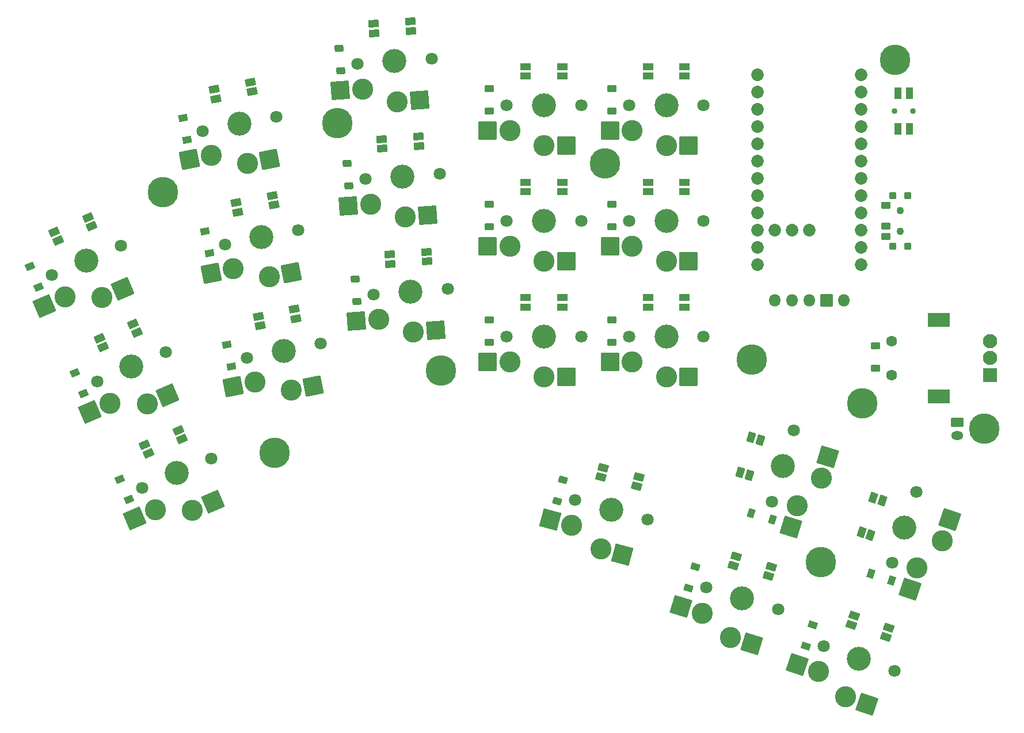
<source format=gbr>
%TF.GenerationSoftware,KiCad,Pcbnew,9.0.5*%
%TF.CreationDate,2025-11-08T17:13:18+10:00*%
%TF.ProjectId,badWingsLeft,62616457-696e-4677-934c-6566742e6b69,v1.0.0*%
%TF.SameCoordinates,Original*%
%TF.FileFunction,Soldermask,Bot*%
%TF.FilePolarity,Negative*%
%FSLAX46Y46*%
G04 Gerber Fmt 4.6, Leading zero omitted, Abs format (unit mm)*
G04 Created by KiCad (PCBNEW 9.0.5) date 2025-11-08 17:13:18*
%MOMM*%
%LPD*%
G01*
G04 APERTURE LIST*
G04 Aperture macros list*
%AMRoundRect*
0 Rectangle with rounded corners*
0 $1 Rounding radius*
0 $2 $3 $4 $5 $6 $7 $8 $9 X,Y pos of 4 corners*
0 Add a 4 corners polygon primitive as box body*
4,1,4,$2,$3,$4,$5,$6,$7,$8,$9,$2,$3,0*
0 Add four circle primitives for the rounded corners*
1,1,$1+$1,$2,$3*
1,1,$1+$1,$4,$5*
1,1,$1+$1,$6,$7*
1,1,$1+$1,$8,$9*
0 Add four rect primitives between the rounded corners*
20,1,$1+$1,$2,$3,$4,$5,0*
20,1,$1+$1,$4,$5,$6,$7,0*
20,1,$1+$1,$6,$7,$8,$9,0*
20,1,$1+$1,$8,$9,$2,$3,0*%
G04 Aperture macros list end*
%ADD10RoundRect,0.050000X-0.450000X0.450000X-0.450000X-0.450000X0.450000X-0.450000X0.450000X0.450000X0*%
%ADD11C,1.100000*%
%ADD12RoundRect,0.050000X-0.625000X0.450000X-0.625000X-0.450000X0.625000X-0.450000X0.625000X0.450000X0*%
%ADD13C,1.801800*%
%ADD14C,3.100000*%
%ADD15C,3.529000*%
%ADD16RoundRect,0.050000X1.206150X1.387517X-1.387517X1.206150X-1.206150X-1.387517X1.387517X-1.206150X0*%
%ADD17C,0.800000*%
%ADD18C,4.500000*%
%ADD19C,0.850000*%
%ADD20RoundRect,0.050000X-0.500000X0.775000X-0.500000X-0.775000X0.500000X-0.775000X0.500000X0.775000X0*%
%ADD21RoundRect,0.050000X0.688706X1.704607X-1.704607X0.688706X-0.688706X-1.704607X1.704607X-0.688706X0*%
%ADD22RoundRect,0.050000X-0.850000X0.600000X-0.850000X-0.600000X0.850000X-0.600000X0.850000X0.600000X0*%
%ADD23O,1.800000X1.300000*%
%ADD24RoundRect,0.050000X1.028064X1.524167X-1.524167X1.028064X-1.028064X-1.524167X1.524167X-1.028064X0*%
%ADD25RoundRect,0.050000X1.592168X0.919239X-0.919239X1.592168X-1.592168X-0.919239X0.919239X-1.592168X0*%
%ADD26RoundRect,0.050000X1.300000X1.300000X-1.300000X1.300000X-1.300000X-1.300000X1.300000X-1.300000X0*%
%ADD27RoundRect,0.050000X-0.863113X1.623279X-1.623279X-0.863113X0.863113X-1.623279X1.623279X0.863113X0*%
%ADD28O,1.800000X1.800000*%
%ADD29RoundRect,0.050000X-0.850000X-0.850000X0.850000X-0.850000X0.850000X0.850000X-0.850000X0.850000X0*%
%ADD30RoundRect,0.050000X1.623279X0.863113X-0.863113X1.623279X-1.623279X-0.863113X0.863113X-1.623279X0*%
%ADD31RoundRect,0.050000X-0.805936X1.652413X-1.652413X-0.805936X0.805936X-1.652413X1.652413X0.805936X0*%
%ADD32RoundRect,0.050000X1.652413X0.805936X-0.805936X1.652413X-1.652413X-0.805936X0.805936X-1.652413X0*%
%ADD33RoundRect,0.050000X1.600000X1.000000X-1.600000X1.000000X-1.600000X-1.000000X1.600000X-1.000000X0*%
%ADD34C,1.600000*%
%ADD35RoundRect,0.050000X1.000000X1.000000X-1.000000X1.000000X-1.000000X-1.000000X1.000000X-1.000000X0*%
%ADD36C,2.100000*%
%ADD37RoundRect,0.050000X-0.420805X0.620824X-0.713817X-0.230142X0.420805X-0.620824X0.713817X0.230142X0*%
%ADD38RoundRect,0.050000X-0.600000X0.450000X-0.600000X-0.450000X0.600000X-0.450000X0.600000X0.450000X0*%
%ADD39RoundRect,0.050000X0.591735X0.624380X-0.782544X0.357247X-0.591735X-0.624380X0.782544X-0.357247X0*%
%ADD40RoundRect,0.050000X0.700000X0.500000X-0.700000X0.500000X-0.700000X-0.500000X0.700000X-0.500000X0*%
%ADD41RoundRect,0.050000X0.448988X0.733764X-0.839719X0.186741X-0.448988X-0.733764X0.839719X-0.186741X0*%
%ADD42RoundRect,0.050000X-0.674840X0.327247X-0.503112X-0.556218X0.674840X-0.327247X0.503112X0.556218X0*%
%ADD43RoundRect,0.050000X0.805558X0.301790X-0.546739X0.664136X-0.805558X-0.301790X0.546739X-0.664136X0*%
%ADD44RoundRect,0.050000X-0.629929X0.407050X-0.567148X-0.490758X0.629929X-0.407050X0.567148X0.490758X0*%
%ADD45RoundRect,0.050000X-0.273492X0.815599X-0.682813X-0.523227X0.273492X-0.815599X0.682813X0.523227X0*%
%ADD46RoundRect,0.050000X-0.620824X-0.420805X0.230142X-0.713817X0.620824X0.420805X-0.230142X0.713817X0*%
%ADD47RoundRect,0.050000X0.824647X0.244862X-0.499079X0.700657X-0.824647X-0.244862X0.499079X-0.700657X0*%
%ADD48RoundRect,0.050000X0.663417X0.547612X-0.733173X0.449952X-0.663417X-0.547612X0.733173X-0.449952X0*%
%ADD49RoundRect,0.050000X0.600000X-0.450000X0.600000X0.450000X-0.600000X0.450000X-0.600000X-0.450000X0*%
%ADD50RoundRect,0.050000X0.815599X0.273492X-0.523227X0.682813X-0.815599X-0.273492X0.523227X-0.682813X0*%
%ADD51RoundRect,0.050000X-0.728132X0.179789X-0.376474X-0.648666X0.728132X-0.179789X0.376474X0.648666X0*%
%ADD52RoundRect,0.050000X-0.605760X-0.442216X0.254914X-0.705350X0.605760X0.442216X-0.254914X0.705350X0*%
%ADD53RoundRect,0.050000X-0.442216X0.605760X-0.705350X-0.254914X0.442216X-0.605760X0.705350X0.254914X0*%
%ADD54RoundRect,0.050000X-0.463087X0.589958X-0.696024X-0.279375X0.463087X-0.589958X0.696024X0.279375X0*%
%ADD55C,1.852600*%
%ADD56RoundRect,0.050000X-0.244862X0.824647X-0.700657X-0.499079X0.244862X-0.824647X0.700657X0.499079X0*%
G04 APERTURE END LIST*
D10*
%TO.C,T1*%
X183854703Y-143672470D03*
X181654714Y-143672470D03*
D11*
X182754709Y-145872470D03*
X182754707Y-148872472D03*
D10*
X183854702Y-151072472D03*
X181654713Y-151072472D03*
D12*
X180679707Y-145122471D03*
X180679708Y-148122472D03*
X180679708Y-149622471D03*
%TD*%
D13*
%TO.C,S8*%
X115076583Y-140444784D03*
D14*
X110005038Y-146763959D03*
D15*
X109589981Y-140828445D03*
D14*
X104863745Y-144918095D03*
D13*
X104103379Y-141212106D03*
D16*
X113272052Y-146535500D03*
X101596724Y-145146542D03*
%TD*%
D17*
%TO.C,_78*%
X72753381Y-143619263D03*
X72874420Y-142362222D03*
X73556655Y-144593713D03*
X73848870Y-141558948D03*
D18*
X74331283Y-143136850D03*
D17*
X74813696Y-144714752D03*
X75105911Y-141679987D03*
X75788146Y-143911478D03*
X75909185Y-142654437D03*
%TD*%
D19*
%TO.C,B1*%
X181919707Y-131172482D03*
X184669707Y-131172484D03*
D20*
X184144707Y-128547483D03*
X184144707Y-133797483D03*
X182444707Y-128547483D03*
X182444707Y-133797483D03*
%TD*%
D13*
%TO.C,S1*%
X81406313Y-182330918D03*
D14*
X78668384Y-189956938D03*
D15*
X76343534Y-184479934D03*
D14*
X73206249Y-189885485D03*
D13*
X71280755Y-186628950D03*
D21*
X81683039Y-188677293D03*
X70191598Y-191165126D03*
%TD*%
D22*
%TO.C,JST1*%
X191214711Y-176972469D03*
D23*
X191214715Y-178972469D03*
%TD*%
D17*
%TO.C,_79*%
X137724722Y-138872471D03*
X138207996Y-137705745D03*
X138207996Y-140039197D03*
X139374722Y-137222471D03*
D18*
X139374722Y-138872471D03*
D17*
X139374722Y-140522471D03*
X140541448Y-137705745D03*
X140541448Y-140039197D03*
X141024722Y-138872471D03*
%TD*%
D13*
%TO.C,S4*%
X97490343Y-165416808D03*
D15*
X92091391Y-166466257D03*
D14*
X93226706Y-172306951D03*
X87898785Y-171101406D03*
D13*
X86692439Y-167515706D03*
D24*
X96441532Y-171682037D03*
X84683962Y-171726302D03*
%TD*%
D17*
%TO.C,_81*%
X113551190Y-169522018D03*
X113951900Y-168324423D03*
X114114674Y-170652191D03*
X115082073Y-167760939D03*
D18*
X115197171Y-169406920D03*
D17*
X115312269Y-171052901D03*
X116279668Y-168161649D03*
X116442442Y-170489417D03*
X116843152Y-169291822D03*
%TD*%
%TO.C,_80*%
X193524713Y-177972461D03*
X194007987Y-176805735D03*
X194007987Y-179139187D03*
X195174713Y-176322461D03*
D18*
X195174713Y-177972461D03*
D17*
X195174713Y-179622461D03*
X196341439Y-176805735D03*
X196341439Y-179139187D03*
X196824713Y-177972461D03*
%TD*%
D13*
%TO.C,S6*%
X91002847Y-132041472D03*
D15*
X85603895Y-133090921D03*
D14*
X86739210Y-138931615D03*
X81411289Y-137726070D03*
D13*
X80204943Y-134140370D03*
D24*
X89954036Y-138306701D03*
X78196466Y-138350966D03*
%TD*%
D13*
%TO.C,S16*%
X145587315Y-191295963D03*
D14*
X138734753Y-195619721D03*
D15*
X140274726Y-189872460D03*
D14*
X134474518Y-192200587D03*
D13*
X134962137Y-188448957D03*
D25*
X141898160Y-196467351D03*
X131311119Y-191352947D03*
%TD*%
D13*
%TO.C,S5*%
X94246606Y-148729136D03*
D15*
X88847654Y-149778585D03*
D14*
X89982969Y-155619279D03*
X84655048Y-154413734D03*
D13*
X83448702Y-150828034D03*
D24*
X93197795Y-154994365D03*
X81440225Y-155038630D03*
%TD*%
D13*
%TO.C,S7*%
X116262461Y-157403375D03*
D14*
X111190916Y-163722550D03*
D15*
X110775859Y-157787036D03*
D14*
X106049623Y-161876686D03*
D13*
X105289257Y-158170697D03*
D16*
X114457930Y-163494091D03*
X102782602Y-162105133D03*
%TD*%
D13*
%TO.C,S3*%
X68121441Y-151033763D03*
D14*
X65383512Y-158659783D03*
D15*
X63058662Y-153182779D03*
D14*
X59921377Y-158588330D03*
D13*
X57995883Y-155331795D03*
D21*
X68398167Y-157380138D03*
X56906726Y-159867971D03*
%TD*%
D13*
%TO.C,S13*%
X153874713Y-164372470D03*
D14*
X148374718Y-170322476D03*
D15*
X148374713Y-164372470D03*
D14*
X143374713Y-168122470D03*
D13*
X142874713Y-164372470D03*
D26*
X151649713Y-170322470D03*
X140099715Y-168122470D03*
%TD*%
D13*
%TO.C,S18*%
X167117551Y-178187516D03*
D14*
X171199526Y-185186805D03*
D15*
X165509507Y-183447192D03*
D14*
X167633791Y-189325110D03*
D13*
X163901463Y-188706868D03*
D27*
X172157038Y-182054906D03*
X166676268Y-192457007D03*
%TD*%
D28*
%TO.C,niceView1*%
X174454707Y-159072472D03*
D29*
X171914710Y-159072473D03*
D28*
X169374708Y-159072474D03*
X166834708Y-159072473D03*
X164294713Y-159072474D03*
%TD*%
D13*
%TO.C,S14*%
X153874705Y-147372487D03*
D14*
X148374710Y-153322493D03*
D15*
X148374705Y-147372487D03*
D14*
X143374705Y-151122487D03*
D13*
X142874705Y-147372487D03*
D26*
X151649705Y-153322487D03*
X140099707Y-151122487D03*
%TD*%
D17*
%TO.C,_76*%
X169645013Y-198353841D03*
X169545931Y-197094879D03*
X170605296Y-199174000D03*
X170366090Y-196134596D03*
D18*
X171115174Y-197604757D03*
D17*
X171864258Y-199074918D03*
X171625052Y-196035514D03*
X172684417Y-198114635D03*
X172585335Y-196855673D03*
%TD*%
D13*
%TO.C,S15*%
X153874711Y-130372482D03*
D14*
X148374716Y-136322488D03*
D15*
X148374711Y-130372482D03*
D14*
X143374711Y-134122482D03*
D13*
X142874711Y-130372482D03*
D26*
X151649711Y-136322482D03*
X140099713Y-134122482D03*
%TD*%
D17*
%TO.C,_85*%
X180384709Y-123672467D03*
X180867983Y-122505741D03*
X180867983Y-124839193D03*
X182034709Y-122022467D03*
D18*
X182034709Y-123672467D03*
D17*
X182034709Y-125322467D03*
X183201435Y-122505741D03*
X183201435Y-124839193D03*
X183684709Y-123672467D03*
%TD*%
D13*
%TO.C,S9*%
X113890741Y-123486190D03*
D14*
X108819196Y-129805365D03*
D15*
X108404139Y-123869851D03*
D14*
X103677903Y-127959501D03*
D13*
X102917537Y-124253512D03*
D16*
X112086210Y-129576906D03*
X100410882Y-128187948D03*
%TD*%
D13*
%TO.C,S12*%
X135874721Y-130372471D03*
D14*
X130374726Y-136322477D03*
D15*
X130374721Y-130372471D03*
D14*
X125374721Y-134122471D03*
D13*
X124874721Y-130372471D03*
D26*
X133649721Y-136322471D03*
X122099723Y-134122471D03*
%TD*%
D17*
%TO.C,_84*%
X175524694Y-174232469D03*
X176007968Y-173065743D03*
X176007968Y-175399195D03*
X177174694Y-172582469D03*
D18*
X177174694Y-174232469D03*
D17*
X177174694Y-175882469D03*
X178341420Y-173065743D03*
X178341420Y-175399195D03*
X178824694Y-174232469D03*
%TD*%
%TO.C,_77*%
X89179568Y-181955567D03*
X89300607Y-180698526D03*
X89982842Y-182930017D03*
X90275057Y-179895252D03*
D18*
X90757470Y-181473154D03*
D17*
X91239883Y-183051056D03*
X91532098Y-180016291D03*
X92214333Y-182247782D03*
X92335372Y-180990741D03*
%TD*%
D13*
%TO.C,S11*%
X135874727Y-147372465D03*
D14*
X130374732Y-153322471D03*
D15*
X130374727Y-147372465D03*
D14*
X125374727Y-151122465D03*
D13*
X124874727Y-147372465D03*
D26*
X133649727Y-153322465D03*
X122099729Y-151122465D03*
%TD*%
D13*
%TO.C,S17*%
X164804793Y-204563872D03*
D14*
X157805504Y-208645847D03*
D15*
X159545117Y-202955828D03*
D14*
X153667199Y-205080112D03*
D13*
X154285441Y-201347784D03*
D30*
X160937403Y-209603359D03*
X150535302Y-204122589D03*
%TD*%
D13*
%TO.C,S2*%
X74763875Y-166682350D03*
D14*
X72025946Y-174308370D03*
D15*
X69701096Y-168831366D03*
D14*
X66563811Y-174236917D03*
D13*
X64638317Y-170980382D03*
D21*
X75040601Y-173028725D03*
X63549160Y-175516558D03*
%TD*%
D13*
%TO.C,S20*%
X185153055Y-187273395D03*
D15*
X183362432Y-192473744D03*
D14*
X188988269Y-194410876D03*
X185280286Y-198422217D03*
D13*
X181571809Y-197674093D03*
D31*
X190054503Y-191314300D03*
X184214044Y-201518790D03*
%TD*%
D17*
%TO.C,_83*%
X159324702Y-167772466D03*
X159807976Y-166605740D03*
X159807976Y-168939192D03*
X160974702Y-166122466D03*
D18*
X160974702Y-167772466D03*
D17*
X160974702Y-169422466D03*
X162141428Y-166605740D03*
X162141428Y-168939192D03*
X162624702Y-167772466D03*
%TD*%
%TO.C,_82*%
X98372989Y-133092058D03*
X98773699Y-131894463D03*
X98936473Y-134222231D03*
X99903872Y-131330979D03*
D18*
X100018970Y-132976960D03*
D17*
X100134068Y-134622941D03*
X101101467Y-131731689D03*
X101264241Y-134059457D03*
X101664951Y-132861862D03*
%TD*%
D13*
%TO.C,S10*%
X135874708Y-164372462D03*
D14*
X130374713Y-170322468D03*
D15*
X130374708Y-164372462D03*
D14*
X125374708Y-168122462D03*
D13*
X124874708Y-164372462D03*
D26*
X133649708Y-170322462D03*
X122099710Y-168122462D03*
%TD*%
D13*
%TO.C,S19*%
X181921191Y-213552938D03*
D15*
X176720842Y-211762315D03*
D14*
X174783710Y-217388152D03*
X170772369Y-213680169D03*
D13*
X171520493Y-209971692D03*
D32*
X177880286Y-218454386D03*
X167675796Y-212613927D03*
%TD*%
D33*
%TO.C,ROT1*%
X188494710Y-161962467D03*
X188494708Y-173162475D03*
D34*
X181494712Y-170062478D03*
X181494709Y-165062473D03*
D35*
X195994710Y-170062474D03*
D36*
X195994708Y-165062474D03*
X195994710Y-167562474D03*
%TD*%
D37*
%TO.C,D19*%
X169954331Y-206841257D03*
X168879957Y-209961469D03*
%TD*%
D38*
%TO.C,D13*%
X140374717Y-161922463D03*
X140374717Y-165222463D03*
%TD*%
D39*
%TO.C,LED6*%
X81865882Y-128010821D03*
X82133016Y-129385099D03*
X87433802Y-128354731D03*
X87166668Y-126980453D03*
%TD*%
D40*
%TO.C,LED11*%
X127674709Y-141672471D03*
X127674709Y-143072471D03*
X133074709Y-143072471D03*
X133074709Y-141672471D03*
%TD*%
D38*
%TO.C,D10*%
X122374715Y-161922475D03*
X122374715Y-165222475D03*
%TD*%
D41*
%TO.C,LED3*%
X58346132Y-148990863D03*
X58893159Y-150279569D03*
X63863882Y-148169621D03*
X63316855Y-146880915D03*
%TD*%
D38*
%TO.C,D11*%
X122374711Y-144922468D03*
X122374711Y-148222468D03*
%TD*%
%TO.C,D14*%
X140374697Y-144922462D03*
X140374697Y-148222462D03*
%TD*%
D42*
%TO.C,D5*%
X80527147Y-148900079D03*
X81156817Y-152139449D03*
%TD*%
D43*
%TO.C,LED16*%
X139141978Y-183667888D03*
X138779631Y-185020185D03*
X143995630Y-186417808D03*
X144357977Y-185065511D03*
%TD*%
D44*
%TO.C,D7*%
X102624418Y-155901057D03*
X102854614Y-159193019D03*
%TD*%
D45*
%TO.C,LED18*%
X159269157Y-184362698D03*
X160607984Y-184772018D03*
X162186791Y-179607972D03*
X160847964Y-179198652D03*
%TD*%
D44*
%TO.C,D9*%
X100252725Y-121983875D03*
X100482921Y-125275837D03*
%TD*%
D39*
%TO.C,LED5*%
X85109647Y-144698510D03*
X85376781Y-146072788D03*
X90677567Y-145042420D03*
X90410433Y-143668142D03*
%TD*%
D46*
%TO.C,D20*%
X178441368Y-199240243D03*
X181561580Y-200314617D03*
%TD*%
D47*
%TO.C,LED19*%
X176023663Y-205493821D03*
X175567866Y-206817552D03*
X180673667Y-208575615D03*
X181129464Y-207251884D03*
%TD*%
D48*
%TO.C,LED8*%
X106498958Y-135330667D03*
X106596616Y-136727256D03*
X111983462Y-136350571D03*
X111885804Y-134953982D03*
%TD*%
D49*
%TO.C,D21*%
X179174706Y-169022473D03*
X179174706Y-165722473D03*
%TD*%
D42*
%TO.C,D4*%
X83770896Y-165587741D03*
X84400566Y-168827111D03*
%TD*%
D50*
%TO.C,LED17*%
X158629595Y-196715469D03*
X158220275Y-198054296D03*
X163384321Y-199633103D03*
X163793641Y-198294276D03*
%TD*%
D39*
%TO.C,LED4*%
X88353381Y-161386160D03*
X88620515Y-162760438D03*
X93921301Y-161730070D03*
X93654167Y-160355792D03*
%TD*%
D51*
%TO.C,D1*%
X68022199Y-185350531D03*
X69311611Y-188388197D03*
%TD*%
D41*
%TO.C,LED1*%
X71631005Y-180288035D03*
X72178032Y-181576741D03*
X77148755Y-179466793D03*
X76601728Y-178178087D03*
%TD*%
D51*
%TO.C,D2*%
X61379783Y-169701976D03*
X62669195Y-172739642D03*
%TD*%
D48*
%TO.C,LED7*%
X107684814Y-152289271D03*
X107782472Y-153685860D03*
X113169318Y-153309175D03*
X113071660Y-151912586D03*
%TD*%
D40*
%TO.C,LED15*%
X145674703Y-124672473D03*
X145674703Y-126072473D03*
X151074703Y-126072473D03*
X151074703Y-124672473D03*
%TD*%
D42*
%TO.C,D6*%
X77283392Y-132212394D03*
X77913062Y-135451764D03*
%TD*%
D40*
%TO.C,LED10*%
X127674712Y-158672477D03*
X127674712Y-160072477D03*
X133074712Y-160072477D03*
X133074712Y-158672477D03*
%TD*%
D44*
%TO.C,D8*%
X101438568Y-138942469D03*
X101668764Y-142234431D03*
%TD*%
D52*
%TO.C,D18*%
X160827566Y-190381326D03*
X163983372Y-191346152D03*
%TD*%
D40*
%TO.C,LED14*%
X145674719Y-141672458D03*
X145674719Y-143072458D03*
X151074719Y-143072458D03*
X151074719Y-141672458D03*
%TD*%
D53*
%TO.C,D17*%
X152610973Y-198273903D03*
X151646147Y-201429709D03*
%TD*%
D54*
%TO.C,D16*%
X133181409Y-185435401D03*
X132327309Y-188622957D03*
%TD*%
D38*
%TO.C,D15*%
X140374719Y-127922470D03*
X140374719Y-131222470D03*
%TD*%
D40*
%TO.C,LED13*%
X145674720Y-158672464D03*
X145674720Y-160072464D03*
X151074720Y-160072464D03*
X151074720Y-158672464D03*
%TD*%
D55*
%TO.C,MCU1*%
X176994704Y-125902472D03*
X176994709Y-128442471D03*
X176994708Y-130982468D03*
X176994708Y-133522469D03*
X176994711Y-136062467D03*
X176994707Y-138602468D03*
X176994705Y-141142472D03*
X176994713Y-143682469D03*
X176994709Y-146222469D03*
X176994708Y-148762471D03*
X176994709Y-151302471D03*
X176994715Y-153842463D03*
X161754712Y-153842466D03*
X161754707Y-151302467D03*
X161754708Y-148762470D03*
X161754708Y-146222469D03*
X161754705Y-143682471D03*
X161754709Y-141142470D03*
X161754711Y-138602466D03*
X161754703Y-136062469D03*
X161754707Y-133522469D03*
X161754708Y-130982467D03*
X161754707Y-128442467D03*
X161754701Y-125902475D03*
X164294707Y-148762469D03*
X166834708Y-148762468D03*
X169374708Y-148762469D03*
%TD*%
D48*
%TO.C,LED9*%
X105313096Y-118372078D03*
X105410754Y-119768667D03*
X110797600Y-119391982D03*
X110699942Y-117995393D03*
%TD*%
D40*
%TO.C,LED12*%
X127674714Y-124672468D03*
X127674714Y-126072468D03*
X133074714Y-126072468D03*
X133074714Y-124672468D03*
%TD*%
D56*
%TO.C,LED20*%
X177093956Y-193170893D03*
X178417687Y-193626690D03*
X180175750Y-188520889D03*
X178852019Y-188065092D03*
%TD*%
D38*
%TO.C,D12*%
X122374717Y-127922465D03*
X122374717Y-131222465D03*
%TD*%
D51*
%TO.C,D3*%
X54737350Y-154053394D03*
X56026762Y-157091060D03*
%TD*%
D41*
%TO.C,LED2*%
X64988565Y-164639456D03*
X65535592Y-165928162D03*
X70506315Y-163818214D03*
X69959288Y-162529508D03*
%TD*%
M02*

</source>
